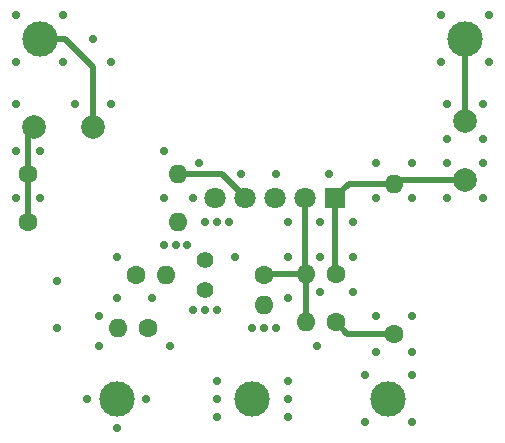
<source format=gbr>
%TF.GenerationSoftware,KiCad,Pcbnew,9.0.0*%
%TF.CreationDate,2025-03-07T15:33:46-06:00*%
%TF.ProjectId,Block-JAN6418,426c6f63-6b2d-44a4-914e-363431382e6b,rev?*%
%TF.SameCoordinates,PX3305860PY2160ec0*%
%TF.FileFunction,Copper,L2,Inr*%
%TF.FilePolarity,Positive*%
%FSLAX46Y46*%
G04 Gerber Fmt 4.6, Leading zero omitted, Abs format (unit mm)*
G04 Created by KiCad (PCBNEW 9.0.0) date 2025-03-07 15:33:46*
%MOMM*%
%LPD*%
G01*
G04 APERTURE LIST*
%TA.AperFunction,ComponentPad*%
%ADD10C,3.000000*%
%TD*%
%TA.AperFunction,ComponentPad*%
%ADD11C,1.600000*%
%TD*%
%TA.AperFunction,ComponentPad*%
%ADD12O,1.600000X1.600000*%
%TD*%
%TA.AperFunction,ComponentPad*%
%ADD13C,2.000000*%
%TD*%
%TA.AperFunction,ComponentPad*%
%ADD14R,1.800000X1.800000*%
%TD*%
%TA.AperFunction,ComponentPad*%
%ADD15C,1.800000*%
%TD*%
%TA.AperFunction,ComponentPad*%
%ADD16C,1.400000*%
%TD*%
%TA.AperFunction,ViaPad*%
%ADD17C,0.700000*%
%TD*%
%TA.AperFunction,Conductor*%
%ADD18C,0.500000*%
%TD*%
G04 APERTURE END LIST*
D10*
%TO.N,Net-(J4-Pin_1)*%
%TO.C,J4*%
X34000000Y-55500000D03*
%TD*%
D11*
%TO.N,Net-(R6-Pad1)*%
%TO.C,R6*%
X13630000Y-49500000D03*
D12*
%TO.N,+9V*%
X11090000Y-49500000D03*
%TD*%
D10*
%TO.N,GND*%
%TO.C,J2*%
X22500000Y-55500000D03*
%TD*%
D13*
%TO.N,Net-(U1A-P)*%
%TO.C,C2*%
X40500000Y-37000000D03*
%TO.N,Net-(J5-Pin_1)*%
X40500000Y-32000000D03*
%TD*%
D11*
%TO.N,Net-(J4-Pin_1)*%
%TO.C,R3*%
X34500000Y-50000000D03*
D12*
%TO.N,Net-(U1A-P)*%
X34500000Y-37300000D03*
%TD*%
D11*
%TO.N,Net-(C1-Pad2)*%
%TO.C,R2*%
X3500000Y-36500000D03*
D12*
%TO.N,Net-(U1A-G1)*%
X16200000Y-36500000D03*
%TD*%
D14*
%TO.N,Net-(U1A-P)*%
%TO.C,U1*%
X29500000Y-38500000D03*
D15*
%TO.N,Net-(U1A-G2)*%
X26960000Y-38500000D03*
%TO.N,Net-(C3-Pad1)*%
X24420000Y-38500000D03*
%TO.N,Net-(U1A-G1)*%
X21880000Y-38500000D03*
%TO.N,GND*%
X19340000Y-38500000D03*
%TD*%
D13*
%TO.N,Net-(J3-Pin_1)*%
%TO.C,C1*%
X9000000Y-32500000D03*
%TO.N,Net-(C1-Pad2)*%
X4000000Y-32500000D03*
%TD*%
D10*
%TO.N,Net-(J3-Pin_1)*%
%TO.C,J3*%
X4500000Y-25000000D03*
%TD*%
%TO.N,+9V*%
%TO.C,J1*%
X11000000Y-55500000D03*
%TD*%
D11*
%TO.N,Net-(U1A-G2)*%
%TO.C,R5*%
X23500000Y-45000000D03*
D12*
%TO.N,GND*%
X23500000Y-47540000D03*
%TD*%
D11*
%TO.N,Net-(R6-Pad1)*%
%TO.C,R7*%
X12630000Y-45000000D03*
D12*
%TO.N,Net-(C3-Pad1)*%
X15170000Y-45000000D03*
%TD*%
D10*
%TO.N,Net-(J5-Pin_1)*%
%TO.C,J5*%
X40500000Y-25000000D03*
%TD*%
D16*
%TO.N,Net-(C3-Pad1)*%
%TO.C,C3*%
X18500000Y-43750000D03*
%TO.N,GND*%
X18500000Y-46250000D03*
%TD*%
D11*
%TO.N,Net-(C1-Pad2)*%
%TO.C,R1*%
X3500000Y-40500000D03*
D12*
%TO.N,GND*%
X16200000Y-40500000D03*
%TD*%
D11*
%TO.N,Net-(J4-Pin_1)*%
%TO.C,R8*%
X29540000Y-49000000D03*
D12*
%TO.N,Net-(U1A-G2)*%
X27000000Y-49000000D03*
%TD*%
D11*
%TO.N,Net-(U1A-P)*%
%TO.C,R4*%
X29540000Y-44952500D03*
D12*
%TO.N,Net-(U1A-G2)*%
X27000000Y-44952500D03*
%TD*%
D17*
%TO.N,GND*%
X32000000Y-57500000D03*
X24500000Y-36500000D03*
X10500000Y-27000000D03*
X11000000Y-43500000D03*
X25500000Y-57000000D03*
X28000000Y-51000000D03*
X21500000Y-36500000D03*
X32000000Y-53500000D03*
X13500000Y-55500000D03*
X38500000Y-23000000D03*
X33000000Y-35500000D03*
X17500000Y-38500000D03*
X4500000Y-38500000D03*
X42000000Y-33500000D03*
X28250000Y-43500000D03*
X15000000Y-34500000D03*
X18500000Y-48000000D03*
X29000000Y-36500000D03*
X36000000Y-38500000D03*
X2500000Y-34500000D03*
X33000000Y-48500000D03*
X2500000Y-30500000D03*
X25500000Y-40500000D03*
X9000000Y-25000000D03*
X5960000Y-49500000D03*
X42000000Y-35500000D03*
X33000000Y-38500000D03*
X10500000Y-30500000D03*
X21000000Y-43500000D03*
X2500000Y-23000000D03*
X9500000Y-51000000D03*
X39000000Y-33500000D03*
X36000000Y-53500000D03*
X25500000Y-47000000D03*
X28250000Y-46500000D03*
X36000000Y-48500000D03*
X6500000Y-23000000D03*
X19500000Y-40500000D03*
X31000000Y-40500000D03*
X42000000Y-38500000D03*
X42500000Y-27000000D03*
X22500000Y-49500000D03*
X18000000Y-35500000D03*
X20500000Y-40500000D03*
X36000000Y-51500000D03*
X5960000Y-45500000D03*
X23500000Y-49500000D03*
X36000000Y-57500000D03*
X42500000Y-23000000D03*
X42000000Y-30500000D03*
X15500000Y-51000000D03*
X36000000Y-35500000D03*
X18500000Y-40500000D03*
X15000000Y-38500000D03*
X31000000Y-46500000D03*
X19500000Y-55500000D03*
X16000000Y-42500000D03*
X6500000Y-27000000D03*
X25500000Y-54000000D03*
X9500000Y-48500000D03*
X4500000Y-34500000D03*
X39000000Y-30500000D03*
X2500000Y-38500000D03*
X19500000Y-54000000D03*
X2500000Y-27000000D03*
X15000000Y-42500000D03*
X25500000Y-55500000D03*
X38500000Y-27000000D03*
X17500000Y-48000000D03*
X8500000Y-55500000D03*
X24500000Y-49500000D03*
X17000000Y-42500000D03*
X28250000Y-40500000D03*
X14000000Y-47000000D03*
X19500000Y-48000000D03*
X11000000Y-47000000D03*
X39000000Y-35500000D03*
X31000000Y-43500000D03*
X7500000Y-30500000D03*
X19500000Y-57000000D03*
X25500000Y-43500000D03*
X33000000Y-51500000D03*
X39000000Y-38500000D03*
X11000000Y-58000000D03*
%TD*%
D18*
%TO.N,Net-(U1A-P)*%
X29500000Y-38452500D02*
X30652500Y-37300000D01*
X40500000Y-37000000D02*
X34800000Y-37000000D01*
X30652500Y-37300000D02*
X34500000Y-37300000D01*
X29500000Y-38500000D02*
X29500000Y-44912500D01*
%TO.N,Net-(U1A-G1)*%
X19927500Y-36500000D02*
X16200000Y-36500000D01*
X19927500Y-36500000D02*
X21880000Y-38452500D01*
%TO.N,Net-(U1A-G2)*%
X26960000Y-38452500D02*
X26960000Y-44912500D01*
X27000000Y-44952500D02*
X23547500Y-44952500D01*
X27000000Y-44952500D02*
X27000000Y-49000000D01*
%TO.N,Net-(J4-Pin_1)*%
X34500000Y-50000000D02*
X30540000Y-50000000D01*
X30540000Y-50000000D02*
X29540000Y-49000000D01*
%TO.N,Net-(J3-Pin_1)*%
X9000000Y-27378680D02*
X9000000Y-32500000D01*
X6621320Y-25000000D02*
X9000000Y-27378680D01*
X4500000Y-25000000D02*
X6621320Y-25000000D01*
%TO.N,Net-(C1-Pad2)*%
X3500000Y-36500000D02*
X3500000Y-40500000D01*
X3500000Y-36500000D02*
X3500000Y-33000000D01*
%TO.N,Net-(J5-Pin_1)*%
X40500000Y-32000000D02*
X40500000Y-25000000D01*
%TD*%
M02*

</source>
